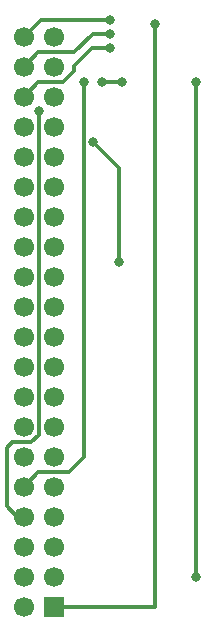
<source format=gbr>
G04 DipTrace 2.4.0.2*
%INBottom.gbr*%
%MOMM*%
%ADD14C,0.3*%
%ADD19R,1.7X1.7*%
%ADD20C,1.7*%
%ADD30C,0.8*%
%FSLAX53Y53*%
G04*
G71*
G90*
G75*
G01*
%LNBottom*%
%LPD*%
X17780Y51529D2*
D14*
X19960Y49349D1*
Y41376D1*
X23000Y61532D2*
Y12155D1*
X14500D1*
X14453Y12201D1*
X11913Y60461D2*
X13372Y61920D1*
X19200D1*
X11913Y57921D2*
X13142Y59150D1*
X16192D1*
X17780Y60738D1*
X19208D1*
X11913Y55381D2*
X13142Y56610D1*
X15239D1*
X16192Y57562D1*
Y58039D1*
X17673Y59520D1*
X19200D1*
X18573Y56610D2*
X20250D1*
X26510D2*
Y14695D1*
X16986Y56610D2*
Y24857D1*
X15716Y23586D1*
X13138D1*
X11913Y22361D1*
X13175Y54170D2*
Y26760D1*
X12540Y26125D1*
X10953D1*
X10476Y25649D1*
Y20727D1*
X11382Y19821D1*
X11913D1*
D30*
X17780Y51529D3*
X19960Y41376D3*
X23000Y61532D3*
X19200Y61920D3*
X19208Y60738D3*
X19200Y59520D3*
X18573Y56610D3*
X20250D3*
X26510D3*
Y14695D3*
X16986Y56610D3*
X13175Y54170D3*
D19*
X14453Y12201D3*
D20*
X11913D3*
X14453Y14741D3*
X11913D3*
X14453Y17281D3*
X11913D3*
X14453Y19821D3*
X11913D3*
X14453Y22361D3*
X11913D3*
X14453Y24901D3*
X11913D3*
X14453Y27441D3*
X11913D3*
X14453Y29981D3*
X11913D3*
X14453Y32521D3*
X11913D3*
X14453Y35061D3*
X11913D3*
X14453Y37601D3*
X11913D3*
X14453Y40141D3*
X11913D3*
X14453Y42681D3*
X11913D3*
X14453Y45221D3*
X11913D3*
X14453Y47761D3*
X11913D3*
X14453Y50301D3*
X11913D3*
X14453Y52841D3*
X11913D3*
X14453Y55381D3*
X11913D3*
X14453Y57921D3*
X11913D3*
X14453Y60461D3*
X11913D3*
M02*

</source>
